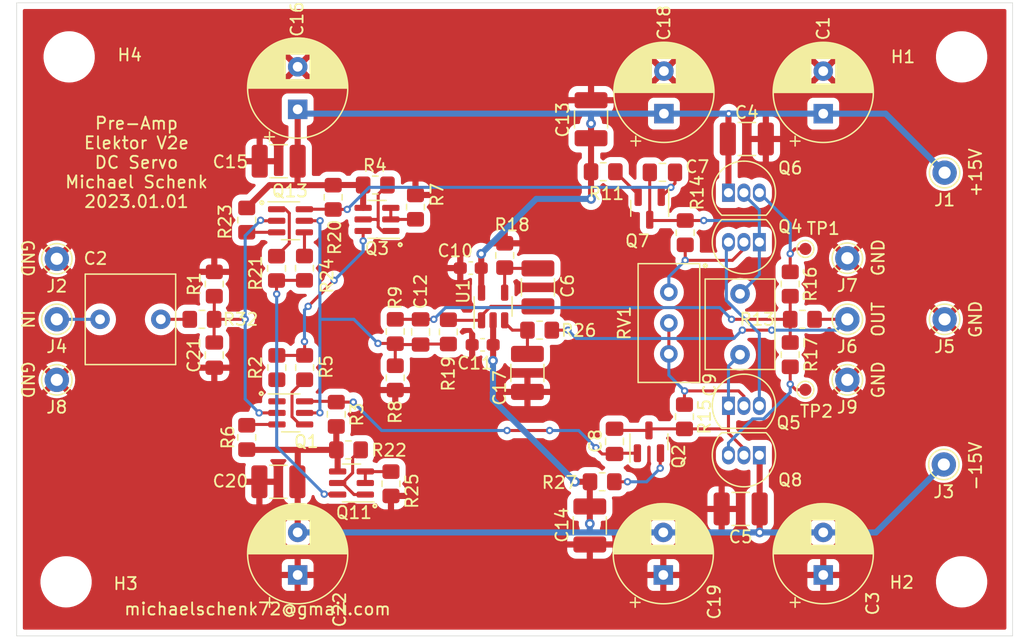
<source format=kicad_pcb>
(kicad_pcb (version 20211014) (generator pcbnew)
  (layers (0 "F.Cu" signal) (31 "B.Cu" signal) (34 "B.Paste" user) (35 "F.Paste" user) (36 "B.SilkS" user "B.Silkscreen") (37 "F.SilkS" user "F.Silkscreen") (38 "B.Mask" user) (39 "F.Mask" user) (44 "Edge.Cuts" user))
  (net 0 "")
  (net 1 "GND")
  (net 2 "+15V")
  (net 3 "Net-(C2-Pad2)")
  (net 4 "Net-(C2-Pad1)")
  (net 5 "-15V")
  (net 6 "Net-(Q2-Pad2)")
  (net 7 "Net-(Q7-Pad2)")
  (net 8 "Net-(C12-Pad2)")
  (net 9 "Net-(C12-Pad1)")
  (net 10 "Net-(Q11-Pad1)")
  (net 11 "Net-(Q11-Pad6)")
  (net 12 "Net-(Q11-Pad2)")
  (net 13 "Net-(Q13-Pad4)")
  (net 14 "Net-(Q13-Pad3)")
  (net 15 "Net-(Q13-Pad1)")
  (net 16 "Net-(Q3-Pad6)")
  (net 17 "Net-(Q3-Pad1)")
  (net 18 "Net-(Q3-Pad2)")
  (net 19 "Net-(Q1-Pad4)")
  (net 20 "Net-(Q1-Pad3)")
  (net 21 "Net-(Q1-Pad1)")
  (net 22 "Net-(C9-Pad2)")
  (net 23 "Net-(C9-Pad1)")
  (net 24 "Net-(Q1-Pad6)")
  (net 25 "Net-(Q4-Pad3)")
  (net 26 "Net-(Q4-Pad2)")
  (net 27 "Net-(Q5-Pad2)")
  (net 28 "Net-(Q6-Pad3)")
  (net 29 "Net-(Q13-Pad6)")
  (net 30 "Net-(Q8-Pad3)")
  (net 31 "Net-(C21-Pad2)")
  (net 32 "Net-(C6-Pad2)")
  (net 33 "DCSERVO_OUT")
  (net 34 "Net-(C17-Pad2)")
  (net 35 "DCSERVO_IN")
  (footprint "Capacitor_THT:CP_Radial_D8.0mm_P3.50mm" (layer "F.Cu") (at 188.2648 105.0036 90)
    (fp_text reference "C1")
    (fp_text value "220uF")
  )
  (footprint "Capacitor_THT:C_Rect_L7.2mm_W7.2mm_P5.00mm_FKS2_FKP2_MKS2_MKP2" (layer "F.Cu") (at 133.778 121.92 180)
    (fp_text reference "C2")
    (fp_text value "3.3uF")
  )
  (footprint "Capacitor_SMD:C_1210_3225Metric_Pad1.33x2.70mm_HandSolder" (layer "F.Cu") (at 181.4699 137.5156 180)
    (fp_text reference "C5")
    (fp_text value "100nF")
  )
  (footprint "Connector_Pin:Pin_D1.0mm_L10.0mm" (layer "F.Cu") (at 125.222 116.9416)
    (fp_text reference "J2")
    (fp_text value "Conn_01x01")
  )
  (footprint "Connector_Pin:Pin_D1.0mm_L10.0mm" (layer "F.Cu") (at 125.222 121.92)
    (fp_text reference "J4")
    (fp_text value "Conn_01x01")
  )
  (footprint "Package_TO_SOT_SMD:SOT-23" (layer "F.Cu") (at 173.99 112.792 -90)
    (fp_text reference "Q7")
    (fp_text value "BC860C")
  )
  (footprint "Resistor_SMD:R_0805_2012Metric_Pad1.20x1.40mm_HandSolder" (layer "F.Cu") (at 138.176 119.015 90)
    (fp_text reference "R1")
    (fp_text value "10k")
  )
  (footprint "Resistor_SMD:R_0805_2012Metric_Pad1.20x1.40mm_HandSolder" (layer "F.Cu") (at 143.3195 125.887139 -90)
    (fp_text reference "R2")
    (fp_text value "80.6R")
  )
  (footprint "Resistor_SMD:R_0805_2012Metric_Pad1.20x1.40mm_HandSolder" (layer "F.Cu") (at 148.209 129.728639 -90)
    (fp_text reference "R3")
    (fp_text value "806R")
  )
  (footprint "Resistor_SMD:R_0805_2012Metric_Pad1.20x1.40mm_HandSolder" (layer "F.Cu") (at 151.4188 110.871)
    (fp_text reference "R4")
    (fp_text value "140R")
  )
  (footprint "Resistor_SMD:R_0805_2012Metric_Pad1.20x1.40mm_HandSolder" (layer "F.Cu") (at 145.6055 125.887139 -90)
    (fp_text reference "R5")
    (fp_text value "80.6R")
  )
  (footprint "Resistor_SMD:R_0805_2012Metric_Pad1.20x1.40mm_HandSolder" (layer "F.Cu") (at 140.843 131.633639 -90)
    (fp_text reference "R6")
    (fp_text value "806R")
  )
  (footprint "Resistor_SMD:R_0805_2012Metric_Pad1.20x1.40mm_HandSolder" (layer "F.Cu") (at 153.0604 122.92 -90)
    (fp_text reference "R9")
    (fp_text value "10k")
  )
  (footprint "MountingHole:MountingHole_3.2mm_M3" (layer "F.Cu") (at 199.644 143.51)
    (fp_text reference "H2")
    (fp_text value "MountingHole")
  )
  (footprint "MountingHole:MountingHole_3.2mm_M3" (layer "F.Cu") (at 199.644 100.33)
    (fp_text reference "H1")
    (fp_text value "MountingHole")
  )
  (footprint "Resistor_SMD:R_0805_2012Metric_Pad1.20x1.40mm_HandSolder" (layer "F.Cu") (at 170.164 109.7788)
    (fp_text reference "R11")
    (fp_text value "249R")
  )
  (footprint "MountingHole:MountingHole_3.2mm_M3" (layer "F.Cu") (at 126.238 100.33)
    (fp_text reference "H4")
    (fp_text value "MountingHole")
  )
  (footprint "Resistor_SMD:R_0805_2012Metric_Pad1.20x1.40mm_HandSolder" (layer "F.Cu") (at 153.0604 126.7366 -90)
    (fp_text reference "R8")
    (fp_text value "4.7k")
  )
  (footprint "Capacitor_SMD:C_0805_2012Metric_Pad1.18x1.45mm_HandSolder" (layer "F.Cu") (at 155.1432 122.9575 -90)
    (fp_text reference "C12")
    (fp_text value "4.7pF")
  )
  (footprint "Capacitor_SMD:C_1210_3225Metric_Pad1.33x2.70mm_HandSolder" (layer "F.Cu") (at 169.0624 138.8749 -90)
    (fp_text reference "C14")
    (fp_text value "100nF")
  )
  (footprint "Resistor_SMD:R_0805_2012Metric_Pad1.20x1.40mm_HandSolder" (layer "F.Cu") (at 154.7241 112.6904 90)
    (fp_text reference "R7")
    (fp_text value "10k")
  )
  (footprint "Connector_Pin:Pin_D1.0mm_L10.0mm" (layer "F.Cu") (at 190.246 121.92)
    (fp_text reference "J6")
    (fp_text value "Conn_01x01")
  )
  (footprint "Connector_Pin:Pin_D1.0mm_L10.0mm" (layer "F.Cu") (at 190.246 116.8908)
    (fp_text reference "J7")
    (fp_text value "Conn_01x01")
  )
  (footprint "Resistor_SMD:R_0805_2012Metric_Pad1.20x1.40mm_HandSolder" (layer "F.Cu") (at 147.955 111.883944 -90)
    (fp_text reference "R20")
    (fp_text value "806R")
  )
  (footprint "Resistor_SMD:R_0805_2012Metric_Pad1.20x1.40mm_HandSolder" (layer "F.Cu") (at 143.2941 117.725944 -90)
    (fp_text reference "R21")
    (fp_text value "80.6R")
  )
  (footprint "Resistor_SMD:R_0805_2012Metric_Pad1.20x1.40mm_HandSolder" (layer "F.Cu") (at 149.212 132.6565 180)
    (fp_text reference "R22")
    (fp_text value "140R")
  )
  (footprint "Resistor_SMD:R_0805_2012Metric_Pad1.20x1.40mm_HandSolder" (layer "F.Cu") (at 140.843 113.756944 -90)
    (fp_text reference "R23")
    (fp_text value "806R")
  )
  (footprint "Resistor_SMD:R_0805_2012Metric_Pad1.20x1.40mm_HandSolder" (layer "F.Cu") (at 145.5928 117.713244 -90)
    (fp_text reference "R24")
    (fp_text value "80.6R")
  )
  (footprint "Resistor_SMD:R_0805_2012Metric_Pad1.20x1.40mm_HandSolder" (layer "F.Cu") (at 152.7078 135.4447 90)
    (fp_text reference "R25")
    (fp_text value "10k")
  )
  (footprint "Resistor_SMD:R_0805_2012Metric_Pad1.20x1.40mm_HandSolder" (layer "F.Cu") (at 170.0784 135.2804 180)
    (fp_text reference "R27")
    (fp_text value "249R")
  )
  (footprint "Connector_Pin:Pin_D1.0mm_L10.0mm" (layer "F.Cu") (at 198.247 109.855)
    (fp_text reference "J1")
    (fp_text value "Conn_01x01")
  )
  (footprint "Connector_Pin:Pin_D1.0mm_L10.0mm" (layer "F.Cu") (at 198.1835 133.858)
    (fp_text reference "J3")
    (fp_text value "Conn_01x01")
  )
  (footprint "Connector_Pin:Pin_D1.0mm_L10.0mm" (layer "F.Cu") (at 198.247 121.92)
    (fp_text reference "J5")
    (fp_text value "Conn_01x01")
  )
  (footprint "Capacitor_THT:CP_Radial_D8.0mm_P3.50mm" (layer "F.Cu") (at 175.1584 105 90)
    (fp_text reference "C18")
    (fp_text value "220uF")
  )
  (footprint "Capacitor_THT:CP_Radial_D8.0mm_P3.50mm" (layer "F.Cu") (at 175.1076 142.946 90)
    (fp_text reference "C19")
    (fp_text value "220uF")
  )
  (footprint "Package_SO:SC-74-6_1.5x2.9mm_P0.95mm" (layer "F.Cu") (at 144.4443 113.813544)
    (fp_text reference "Q13")
    (fp_text value "BCM847DS,115")
  )
  (footprint "Resistor_SMD:R_0805_2012Metric_Pad1.20x1.40mm_HandSolder" (layer "F.Cu") (at 186.547 121.92 180)
    (fp_text reference "R13")
    (fp_text value "47R")
  )
  (footprint "Package_SO:SC-74-6_1.5x2.9mm_P0.95mm" (layer "F.Cu") (at 151.5563 113.7006 180)
    (fp_text reference "Q3")
    (fp_text value "BCM857DS,115")
  )
  (footprint "Package_SO:SC-74-6_1.5x2.9mm_P0.95mm" (layer "F.Cu") (at 149.4591 135.382 180)
    (fp_text reference "Q11")
    (fp_text value "BCM847DS,115")
  )
  (footprint "Capacitor_SMD:C_1210_3225Metric_Pad1.33x2.70mm_HandSolder" (layer "F.Cu") (at 169.164 105.4608 -90)
    (fp_text reference "C13")
    (fp_text value "100nF")
  )
  (footprint "Package_SO:SC-74-6_1.5x2.9mm_P0.95mm" (layer "F.Cu") (at 144.468 129.615139)
    (fp_text reference "Q1")
    (fp_text value "BCM857DS,115")
  )
  (footprint "Capacitor_THT:C_Rect_L7.2mm_W5.5mm_P5.00mm_FKS2_FKP2_MKS2_MKP2" (layer "F.Cu") (at 181.4195 124.8245 90)
    (fp_text reference "C9")
    (fp_text value "1uF")
  )
  (footprint "Package_TO_SOT_SMD:SOT-23" (layer "F.Cu") (at 173.9265 131.9944 90)
    (fp_text reference "Q2")
    (fp_text value "BC850C")
  )
  (footprint "Package_TO_SOT_THT:TO-92_Inline" (layer "F.Cu") (at 183.007 115.57 180)
    (fp_text reference "Q4")
    (fp_text value "BC550C")
  )
  (footprint "Package_TO_SOT_THT:TO-92_Inline" (layer "F.Cu") (at 180.467 129.032)
    (fp_text reference "Q5")
    (fp_text value "BC560C")
  )
  (footprint "Package_TO_SOT_THT:TO-92_Inline" (layer "F.Cu") (at 180.467 111.506)
    (fp_text reference "Q6")
    (fp_text value "BC337-40")
  )
  (footprint "Package_TO_SOT_THT:TO-92_Inline" (layer "F.Cu") (at 183.007 133.096 180)
    (fp_text reference "Q8")
    (fp_text value "BC327-40")
  )
  (footprint "Resistor_SMD:R_0805_2012Metric_Pad1.20x1.40mm_HandSolder" (layer "F.Cu") (at 176.911 114.792 -90)
    (fp_text reference "R14")
    (fp_text value "390R")
  )
  (footprint "Resistor_SMD:R_0805_2012Metric_Pad1.20x1.40mm_HandSolder" (layer "F.Cu") (at 176.8475 129.9309 -90)
    (fp_text reference "R15")
    (fp_text value "390R")
  )
  (footprint "Resistor_SMD:R_0805_2012Metric_Pad1.20x1.40mm_HandSolder" (layer "F.Cu") (at 185.547 119.015 -90)
    (fp_text reference "R16")
    (fp_text value "10R")
  )
  (footprint "Resistor_SMD:R_0805_2012Metric_Pad1.20x1.40mm_HandSolder" (layer "F.Cu") (at 185.547 124.825 -90)
    (fp_text reference "R17")
    (fp_text value "10R")
  )
  (footprint "Potentiometer_THT:Potentiometer_Bourns_3296W_Vertical" (layer "F.Cu") (at 175.5648 119.6848 90)
    (fp_text reference "RV1")
    (fp_text value "10k")
  )
  (footprint "MountingHole:MountingHole_3.2mm_M3" (layer "F.Cu") (at 125.984 143.51)
    (fp_text reference "H3")
    (fp_text value "MountingHole")
  )
  (footprint "Capacitor_SMD:C_1210_3225Metric_Pad1.33x2.70mm_HandSolder" (layer "F.Cu") (at 181.9779 107.0864 180)
    (fp_text reference "C4")
    (fp_text value "100nF")
  )
  (footprint "Capacitor_THT:CP_Radial_D8.0mm_P3.50mm" (layer "F.Cu") (at 188.2648 142.946 90)
    (fp_text reference "C3")
    (fp_text value "220uF")
  )
  (footprint "Capacitor_SMD:C_0805_2012Metric_Pad1.18x1.45mm_HandSolder" (layer "F.Cu") (at 138.176 124.8625 90)
    (fp_text reference "C21")
    (fp_text value "33p")
  )
  (footprint "Resistor_SMD:R_0805_2012Metric_Pad1.20x1.40mm_HandSolder" (layer "F.Cu") (at 137.16 121.92 180)
    (fp_text reference "R32")
    (fp_text value "0R")
  )
  (footprint "Capacitor_SMD:C_1210_3225Metric_Pad1.33x2.70mm_HandSolder" (layer "F.Cu") (at 164.7952 119.2907 90)
    (fp_text reference "C6")
    (fp_text value "1uF/16V")
  )
  (footprint "Capacitor_SMD:C_0603_1608Metric_Pad1.08x0.95mm_HandSolder" (layer "F.Cu") (at 159.27028 117.7036)
    (fp_text reference "C10")
    (fp_text value "100nF")
  )
  (footprint "Capacitor_SMD:C_0603_1608Metric_Pad1.08x0.95mm_HandSolder" (layer "F.Cu") (at 160.24818 124.0155)
    (fp_text reference "C11")
    (fp_text value "100nF")
  )
  (footprint "Capacitor_SMD:C_1210_3225Metric_Pad1.33x2.70mm_HandSolder" (layer "F.Cu") (at 163.9316 126.3273 90)
    (fp_text reference "C17")
    (fp_text value "1uF/16V")
  )
  (footprint "Resistor_SMD:R_0805_2012Metric_Pad1.20x1.40mm_HandSolder" (layer "F.Cu") (at 162.06318 116.6655 90)
    (fp_text reference "R18")
    (fp_text value "160k")
  )
  (footprint "Resistor_SMD:R_0805_2012Metric_Pad1.20x1.40mm_HandSolder" (layer "F.Cu") (at 157.4292 122.952 -90)
    (fp_text reference "R19")
    (fp_text value "47k")
  )
  (footprint "Resistor_SMD:R_0805_2012Metric_Pad1.20x1.40mm_HandSolder" (layer "F.Cu") (at 164.93668 122.809 180)
    (fp_text reference "R26")
    (fp_text value "160k")
  )
  (footprint "Package_TO_SOT_SMD:TSOT-23-5" (layer "F.Cu") (at 161.10818 120.864 90)
    (fp_text reference "U1")
    (fp_text value "OPA188xxDBV")
  )
  (footprint "Capacitor_SMD:C_1210_3225Metric_Pad1.33x2.70mm_HandSolder" (layer "F.Cu") (at 143.4461 135.2804 180)
    (fp_text reference "C20")
    (fp_text value "100nF")
  )
  (footprint "TestPoint:TestPoint_Pad_D1.0mm" (layer "F.Cu") (at 186.7916 127.7112)
    (fp_text reference "TP2")
    (fp_text value "TestPoint")
  )
  (footprint "Capacitor_SMD:C_0805_2012Metric_Pad1.18x1.45mm_HandSolder" (layer "F.Cu") (at 171.0944 131.9569 -90)
    (fp_text reference "C8")
    (fp_text value "22pF")
  )
  (footprint "Capacitor_THT:CP_Radial_D8.0mm_P3.50mm" (layer "F.Cu") (at 145.034 142.946 90)
    (fp_text reference "C22")
    (fp_text value "220uF")
  )
  (footprint "Capacitor_SMD:C_1210_3225Metric_Pad1.33x2.70mm_HandSolder" (layer "F.Cu") (at 143.4715 108.9152)
    (fp_text reference "C15")
    (fp_text value "100nF")
  )
  (footprint "Connector_Pin:Pin_D1.0mm_L10.0mm" (layer "F.Cu") (at 125.222 126.8984)
    (fp_text reference "J8")
    (fp_text value "Conn_01x01")
  )
  (footprint "TestPoint:TestPoint_Pad_D1.0mm" (layer "F.Cu") (at 186.7916 116.1288)
    (fp_text reference "TP1")
    (fp_text value "TestPoint")
  )
  (footprint "Connector_Pin:Pin_D1.0mm_L10.0mm" (layer "F.Cu") (at 190.246 126.8984)
    (fp_text reference "J9")
    (fp_text value "Conn_01x01")
  )
  (footprint "Capacitor_THT:CP_Radial_D8.0mm_P3.50mm" (layer "F.Cu") (at 145.034 104.648 90)
    (fp_text reference "C16")
    (fp_text value "220uF")
  )
  (footprint "Capacitor_SMD:C_0805_2012Metric_Pad1.18x1.45mm_HandSolder" (layer "F.Cu") (at 175.0353 109.8296)
    (fp_text reference "C7")
    (fp_text value "22pF")
  )
  (gr_line (start 203.835 95.885) (end 121.92 95.885) (layer "Edge.Cuts") (width 0.05))
  (gr_line (start 203.835 147.955) (end 203.835 95.885) (layer "Edge.Cuts") (width 0.05))
  (gr_line (start 121.92 147.955) (end 203.835 147.955) (layer "Edge.Cuts") (width 0.05))
  (gr_line (start 121.92 96.52) (end 121.92 147.955) (layer "Edge.Cuts") (width 0.05))
  (gr_line (start 121.92 95.885) (end 121.92 96.52) (layer "Edge.Cuts") (width 0.05))
  (gr_text "GND" (at 192.786 116.84 90) (layer "F.SilkS") (effects (font (size 1 1))))
  (gr_text "OUT" (at 192.786 121.92 90) (layer "F.SilkS") (effects (font (size 1 1))))
  (gr_text "michaelschenk72@gmail.com" (at 141.732 145.7452) (layer "F.SilkS") (effects (font (size 1 1))))
  (gr_text "GND" (at 200.787 121.92 90) (layer "F.SilkS") (effects (font (size 1 1))))
  (gr_text "+15V" (at 200.787 109.855 90) (layer "F.SilkS") (effects (font (size 1 1))))
  (gr_text "-15V" (at 200.787 133.985 90) (layer "F.SilkS") (effects (font (size 1 1))))
  (gr_text "Pre-Amp\nElektor V2e\nDC Servo\nMichael Schenk\n2023.01.01" (at 131.7752 109.0168) (layer "F.SilkS") (effects (font (size 1 1))))
  (gr_text "°" (at 151.384 137.668) (layer "F.SilkS") (effects (font (size 1 1))))
  (gr_text "°" (at 142.0876 112.7252) (layer "F.SilkS") (effects (font (size 1 1))))
  (gr_text "IN" (at 122.809 121.92 270) (layer "F.SilkS") (effects (font (size 1 1))))
  (gr_text "GND" (at 192.786 126.8984 90) (layer "F.SilkS") (effects (font (size 1 1))))
  (gr_text "GND" (at 122.809 116.8908 270) (layer "F.SilkS") (effects (font (size 1 1))))
  (gr_text "GND" (at 122.809 126.8984 270) (layer "F.SilkS") (effects (font (size 1 1))))
  (gr_text "°" (at 142.0368 128.4224) (layer "F.SilkS") (effects (font (size 1 1))))
  (gr_text "°" (at 178.562 117.9068) (layer "F.SilkS") (effects (font (size 1 1))))
  (gr_text "°" (at 153.4668 116.1796) (layer "F.SilkS") (effects (font (size 1 1))))
  (segment (start 145.034 104.648) (end 145.034 108.9152) (width 0.5) (layer "F.Cu") (net 2))
  (segment (start 145.021544 108.927656) (end 145.021544 110.883944) (width 0.5) (layer "F.Cu") (net 2))
  (segment (start 142.716 110.883944) (end 140.843 112.756944) (width 0.5) (layer "F.Cu") (net 2))
  (segment (start 160.13278 117.7036) (end 160.13278 116.5352) (width 0.5) (layer "F.Cu") (net 2))
  (segment (start 160.13278 119.5286) (end 160.15818 119.554) (width 0.5) (layer "F.Cu") (net 2))
  (segment (start 150.4188 110.871) (end 147.967944 110.871) (width 0.5) (layer "F.Cu") (net 2))
  (segment (start 180.467 111.506) (end 180.467 107.061) (width 0.5) (layer "F.Cu") (net 2))
  (segment (start 169.164 107.0233) (end 169.164 105.8164) (width 0.5) (layer "F.Cu") (net 2))
  (segment (start 147.955 110.883944) (end 145.021544 110.883944) (width 0.5) (layer "F.Cu") (net 2))
  (segment (start 145.034 108.9152) (end 145.021544 108.927656) (width 0.5) (layer "F.Cu") (net 2))
  (segment (start 150.4188 110.871) (end 150.4188 112.7506) (width 0.5) (layer "F.Cu") (net 2))
  (segment (start 169.164 107.0233) (end 169.164 109.7788) (width 0.5) (layer "F.Cu") (net 2))
  (segment (start 180.467 105.0218) (end 180.4888 105) (width 0.5) (layer "F.Cu") (net 2))
  (segment (start 180.467 107.061) (end 180.467 105.0218) (width 0.5) (layer "F.Cu") (net 2))
  (segment (start 169.164 109.7788) (end 169.164 112.014) (width 0.5) (layer "F.Cu") (net 2))
  (segment (start 160.13278 117.7036) (end 160.13278 119.5286) (width 0.5) (layer "F.Cu") (net 2))
  (segment (start 145.021544 110.883944) (end 142.716 110.883944) (width 0.5) (layer "F.Cu") (net 2))
  (segment (start 147.967944 110.871) (end 147.955 110.883944) (width 0.5) (layer "F.Cu") (net 2))
  (via (at 169.164 105.8164) (size 0.8) (drill 0.4) (layers "F.Cu" "B.Cu") (net 2))
  (via (at 180.4888 105) (size 0.6) (drill 0.3) (layers "F.Cu" "B.Cu") (net 2))
  (via (at 169.164 112.014) (size 0.8) (drill 0.4) (layers "F.Cu" "B.Cu") (net 2))
  (via (at 160.13278 116.5352) (size 0.8) (drill 0.4) (layers "F.Cu" "B.Cu") (net 2))
  (segment (start 198.247 109.855) (end 193.3956 105.0036) (width 0.5) (layer "B.Cu") (net 2))
  (segment (start 180.4888 105) (end 175.1584 105) (width 0.5) (layer "B.Cu") (net 2))
  (segment (start 169.1604 105) (end 145.386 105) (width 0.5) (layer "B.Cu") (net 2))
  (segment (start 169.1604 105.8128) (end 169.1604 105) (width 0.5) (layer "B.Cu") (net 2))
  (segment (start 164.65398 112.014) (end 160.13278 116.5352) (width 0.5) (layer "B.Cu") (net 2))
  (segment (start 193.3956 105.0036) (end 188 105.0036) (width 0.5) (layer "B.Cu") (net 2))
  (segment (start 175.1584 105) (end 169.1604 105) (width 0.5) (layer "B.Cu") (net 2))
  (segment (start 145.386 105) (end 145.034 104.648) (width 0.5) (layer "B.Cu") (net 2))
  (segment (start 169.164 105.8164) (end 169.1604 105.8128) (width 0.5) (layer "B.Cu") (net 2))
  (segment (start 180.4888 105) (end 187.9964 105) (width 0.5) (layer "B.Cu") (net 2))
  (segment (start 187.9964 105) (end 188 105.0036) (width 0.5) (layer "B.Cu") (net 2))
  (segment (start 169.164 112.014) (end 164.65398 112.014) (width 0.5) (layer "B.Cu") (net 2))
  (segment (start 125.222 121.92) (end 128.778 121.92) (width 0.25) (layer "B.Cu") (net 3))
  (segment (start 133.778 121.92) (end 136.16 121.92) (width 0.25) (layer "F.Cu") (net 4))
  (segment (start 148.3216 134.432) (end 148.3216 132.7661) (width 0.5) (layer "F.Cu") (net 5))
  (segment (start 145.034 135.3058) (end 145.0086 135.2804) (width 0.5) (layer "F.Cu") (net 5))
  (segment (start 169.0624 137.3124) (end 169.0624 135.2964) (width 0.5) (layer "F.Cu") (net 5))
  (segment (start 169.0624 137.3124) (end 169.0624 138.7348) (width 0.5) (layer "F.Cu") (net 5))
  (segment (start 148.212 132.6565) (end 148.212 130.731639) (width 0.5) (layer "F.Cu") (net 5))
  (segment (start 145.0417 135.2473) (end 145.0417 132.6565) (width 0.5) (layer "F.Cu") (net 5))
  (segment (start 183.0324 133.1214) (end 183.007 133.096) (width 0.5) (layer "F.Cu") (net 5))
  (segment (start 148.3216 132.7661) (end 148.212 132.6565) (width 0.5) (layer "F.Cu") (net 5))
  (segment (start 183.0324 137.5156) (end 183.0324 139.446) (width 0.5) (layer "F.Cu") (net 5))
  (segment (start 169.0624 135.2964) (end 169.0784 135.2804) (width 0.5) (layer "F.Cu") (net 5))
  (segment (start 140.865861 132.6565) (end 140.843 132.633639) (width 0.5) (layer "F.Cu") (net 5))
  (segment (start 148.212 130.731639) (end 148.209 130.728639) (width 0.5) (layer "F.Cu") (net 5))
  (segment (start 145.0417 132.6565) (end 140.865861 132.6565) (width 0.5) (layer "F.Cu") (net 5))
  (segment (start 161.11068 124.0155) (end 161.11068 122.1765) (width 0.5) (layer "F.Cu") (net 5))
  (segment (start 161.11068 125.3109) (end 161.09798 125.3236) (width 0.5) (layer "F.Cu") (net 5))
  (segment (start 148.212 132.6565) (end 145.0417 132.6565) (width 0.5) (layer "F.Cu") (net 5))
  (segment (start 161.11068 124.0155) (end 161.11068 125.3109) (width 0.5) (layer "F.Cu") (net 5))
  (segment (start 145.0086 135.2804) (end 145.0417 135.2473) (width 0.5) (layer "F.Cu") (net 5))
  (segment (start 161.11068 122.1765) (end 161.10818 122.174) (width 0.5) (layer "F.Cu") (net 5))
  (segment (start 167.8432 135.2804) (end 169.0784 135.2804) (width 0.5) (layer "F.Cu") (net 5))
  (segment (start 145.034 139.446) (end 145.034 135.3058) (width 0.5) (layer "F.Cu") (net 5))
  (segment (start 183.0324 137.5156) (end 183.0324 133.1214) (width 0.5) (layer "F.Cu") (net 5))
  (via (at 161.09798 125.3236) (size 0.8) (drill 0.4) (layers "F.Cu" "B.Cu") (net 5))
  (via (at 183.0324 139.446) (size 0.8) (drill 0.4) (layers "F.Cu" "B.Cu") (net 5))
  (via (at 169.0624 138.7348) (size 0.8) (drill 0.4) (layers "F.Cu" "B.Cu") (net 5))
  (via (at 167.8432 135.2804) (size 0.8) (drill 0.4) (layers "F.Cu" "B.Cu") (net 5))
  (segment (start 169.0624 139.446) (end 145.034 139.446) (width 0.5) (layer "B.Cu") (net 5))
  (segment (start 161.0868 128.4224) (end 161.0868 128.524) (width 0.5) (layer "B.Cu") (net 5))
  (segment (start 161.09798 127.92558) (end 161.0868 127.93676) (width 0.5) (layer "B.Cu") (net 5))
  (segment (start 175.1076 139.446) (end 169.0624 139.446) (width 0.5) (layer "B.Cu") (net 5))
  (segment (start 188.2648 139.446) (end 183.0324 139.446) (width 0.5) (layer "B.Cu") (net 5))
  (segment (start 169.0624 138.7348) (end 169.0624 139.446) (width 0.5) (layer "B.Cu") (net 5))
  (segment (start 183.0324 139.446) (end 175.1076 139.446) (width 0.5) (layer "B.Cu") (net 5))
  (segment (start 161.09798 125.3236) (end 161.09798 127.92558) (width 0.5) (layer "B.Cu") (net 5))
  (segment (start 192.5955 139.446) (end 198.1835 133.858) (width 0.5) (layer "B.Cu") (net 5))
  (segment (start 161.0868 128.524) (end 167.8432 135.2804) (width 0.5) (layer "B.Cu") (net 5))
  (segment (start 188.2648 139.446) (end 192.5955 139.446) (width 0.5) (layer "B.Cu") (net 5))
  (segment (start 161.0868 127.93676) (end 161.0868 128.4224) (width 0.5) (layer "B.Cu") (net 5))
  (segment (start 171.0784 135.2804) (end 172.1612 135.2804) (width 0.25) (layer "F.Cu") (net 6))
  (segment (start 174.8536 132.9548) (end 174.8765 132.9319) (width 0.25) (layer "F.Cu") (net 6))
  (segment (start 174.8536 134.1628) (end 174.8536 132.9548) (width 0.25) (layer "F.Cu") (net 6))
  (via (at 174.8536 134.1628) (size 0.6) (drill 0.3) (layers "F.Cu" "B.Cu") (net 6))
  (via (at 172.1612 135.2804) (size 0.6) (drill 0.3) (layers "F.Cu" "B.Cu") (net 6))
  (segment (start 173.736 135.2804) (end 174.8536 134.1628) (width 0.25) (layer "B.Cu") (net 6))
  (segment (start 172.1612 135.2804) (end 173.736 135.2804) (width 0.25) (layer "B.Cu") (net 6))
  (segment (start 173.04 111.8545) (end 173.04 111.6548) (width 0.25) (layer "F.Cu") (net 7))
  (segment (start 173.04 111.6548) (end 171.164 109.7788) (width 0.25) (layer "F.Cu") (net 7))
  (segment (start 153.0416 123.9012) (end 153.0604 123.92) (width 0.25) (layer "F.Cu") (net 8))
  (segment (start 146.8755 113.811044) (end 145.5843 113.811044) (width 0.25) (layer "F.Cu") (net 8))
  (segment (start 151.638 123.9012) (end 153.0416 123.9012) (width 0.25) (layer "F.Cu") (net 8))
  (segment (start 153.0604 125.7366) (end 153.0604 123.92) (width 0.25) (layer "F.Cu") (net 8))
  (segment (start 145.6055 129.615139) (end 146.8526 129.615139) (width 0.25) (layer "F.Cu") (net 8))
  (segment (start 146.8526 129.615139) (end 146.8628 129.604939) (width 0.25) (layer "F.Cu") (net 8))
  (segment (start 153.1354 123.995) (end 153.0604 123.92) (width 0.25) (layer "F.Cu") (net 8))
  (segment (start 157.4292 123.952) (end 155.1862 123.952) (width 0.25) (layer "F.Cu") (net 8))
  (segment (start 155.1862 123.952) (end 155.1432 123.995) (width 0.25) (layer "F.Cu") (net 8))
  (segment (start 155.1432 123.995) (end 153.1354 123.995) (width 0.25) (layer "F.Cu") (net 8))
  (segment (start 145.5843 113.811044) (end 145.5818 113.813544) (width 0.25) (layer "F.Cu") (net 8))
  (via (at 146.8628 129.604939) (size 0.6) (drill 0.3) (layers "F.Cu" "B.Cu") (net 8))
  (via (at 151.638 123.9012) (size 0.6) (drill 0.3) (layers "F.Cu" "B.Cu") (net 8))
  (via (at 146.8755 113.811044) (size 0.6) (drill 0.3) (layers "F.Cu" "B.Cu") (net 8))
  (segment (start 146.8628 121.92) (end 146.8628 113.823744) (width 0.25) (layer "B.Cu") (net 8))
  (segment (start 146.8628 121.92) (end 149.6568 121.92) (width 0.25) (layer "B.Cu") (net 8))
  (segment (start 149.6568 121.92) (end 151.638 123.9012) (width 0.25) (layer "B.Cu") (net 8))
  (segment (start 146.8628 113.823744) (end 146.8755 113.811044) (width 0.25) (layer "B.Cu") (net 8))
  (segment (start 146.8628 129.604939) (end 146.8628 121.92) (width 0.25) (layer "B.Cu") (net 8))
  (segment (start 185.547 123.825) (end 185.547 121.92) (width 0.25) (layer "F.Cu") (net 9))
  (segment (start 185.547 121.92) (end 185.547 120.015) (width 0.25) (layer "F.Cu") (net 9))
  (segment (start 155.1432 121.92) (end 153.0604 121.92) (width 0.25) (layer "F.Cu") (net 9))
  (segment (start 156.2297 121.92) (end 155.1432 121.92) (width 0.25) (layer "F.Cu") (net 9))
  (segment (start 180.721 121.92) (end 185.547 121.92) (width 0.25) (layer "F.Cu") (net 9))
  (via (at 156.2297 121.92) (size 0.6) (drill 0.3) (layers "F.Cu" "B.Cu") (net 9))
  (via (at 180.721 121.92) (size 0.6) (drill 0.3) (layers "F.Cu" "B.Cu") (net 9))
  (segment (start 157.1949 120.9548) (end 156.2297 121.92) (width 0.25) (layer "B.Cu") (net 9))
  (segment (start 179.7558 120.9548) (end 157.1949 120.9548) (width 0.25) (layer "B.Cu") (net 9))
  (segment (start 180.721 121.92) (end 179.7558 120.9548) (width 0.25) (layer "B.Cu") (net 9))
  (segment (start 150.5966 136.332) (end 149.670496 136.332) (width 0.25) (layer "F.Cu") (net 10))
  (segment (start 149.5552 134.547296) (end 149.5552 133.3133) (width 0.25) (layer "F.Cu") (net 10))
  (segment (start 148.3216 135.382) (end 148.720496 135.382) (width 0.25) (layer "F.Cu") (net 10))
  (segment (start 148.720496 135.382) (end 149.5552 134.547296) (width 0.25) (layer "F.Cu") (net 10))
  (segment (start 149.5552 133.3133) (end 150.212 132.6565) (width 0.25) (layer "F.Cu") (net 10))
  (segment (start 149.670496 136.332) (end 148.720496 135.382) (width 0.25) (layer "F.Cu") (net 10))
  (segment (start 143.3068 118.713244) (end 145.5928 118.713244) (width 0.25) (layer "F.Cu") (net 11))
  (segment (start 147.2184 136.2964) (end 148.286 136.2964) (width 0.25) (layer "F.Cu") (net 11))
  (segment (start 143.3068 118.713244) (end 143.2941 118.725944) (width 0.25) (layer "F.Cu") (net 11))
  (segment (start 148.286 136.2964) (end 148.3216 136.332) (width 0.25) (layer "F.Cu") (net 11))
  (segment (start 143.2941 118.725944) (end 143.2941 119.8245) (width 0.25) (layer "F.Cu") (net 11))
  (segment (start 143.2941 119.8245) (end 143.3068 119.8372) (width 0.25) (layer "F.Cu") (net 11))
  (via (at 143.3068 119.8372) (size 0.6) (drill 0.3) (layers "F.Cu" "B.Cu") (net 11))
  (via (at 147.2184 136.2964) (size 0.6) (drill 0.3) (layers "F.Cu" "B.Cu") (net 11))
  (segment (start 143.3068 119.8372) (end 143.3068 132.3848) (width 0.25) (layer "B.Cu") (net 11))
  (segment (start 143.3068 132.3848) (end 147.066 136.144) (width 0.25) (layer "B.Cu") (net 11))
  (segment (start 147.066 136.144) (end 147.2184 136.2964) (width 0.25) (layer "B.Cu") (net 11))
  (segment (start 150.6093 134.4447) (end 150.5966 134.432) (width 0.25) (layer "F.Cu") (net 12))
  (segment (start 152.7078 134.4447) (end 150.6093 134.4447) (width 0.25) (layer "F.Cu") (net 12))
  (segment (start 150.5966 134.432) (end 150.5966 135.382) (width 0.25) (layer "F.Cu") (net 12))
  (segment (start 145.5928 116.713244) (end 145.5928 114.774544) (width 0.25) (layer "F.Cu") (net 13))
  (segment (start 145.5928 114.774544) (end 145.5818 114.763544) (width 0.25) (layer "F.Cu") (net 13))
  (segment (start 140.8496 114.763544) (end 140.843 114.756944) (width 0.25) (layer "F.Cu") (net 14))
  (segment (start 143.3068 114.763544) (end 140.8496 114.763544) (width 0.25) (layer "F.Cu") (net 14))
  (segment (start 144.0193 112.863544) (end 144.34431 113.188554) (width 0.25) (layer "F.Cu") (net 15))
  (segment (start 143.3068 112.863544) (end 144.0193 112.863544) (width 0.25) (layer "F.Cu") (net 15))
  (segment (start 144.34431 113.188554) (end 144.34431 115.675734) (width 0.25) (layer "F.Cu") (net 15))
  (segment (start 144.34431 115.675734) (end 143.2941 116.725944) (width 0.25) (layer "F.Cu") (net 15))
  (segment (start 143.3195 124.887139) (end 145.6055 124.887139) (width 0.25) (layer "F.Cu") (net 16))
  (segment (start 145.6055 123.7615) (end 145.5928 123.7488) (width 0.25) (layer "F.Cu") (net 16))
  (segment (start 145.6055 124.887139) (end 145.6055 123.7615) (width 0.25) (layer "F.Cu") (net 16))
  (segment (start 145.8976 120.8532) (end 148.0312 118.7196) (width 0.25) (layer "F.Cu") (net 16))
  (segment (start 150.4188 115.4684) (end 150.4188 114.6506) (width 0.25) (layer "F.Cu") (net 16))
  (via (at 145.5928 123.7488) (size 0.6) (drill 0.3) (layers "F.Cu" "B.Cu") (net 16))
  (via (at 150.4188 115.4684) (size 0.6) (drill 0.3) (layers "F.Cu" "B.Cu") (net 16))
  (via (at 145.8976 120.8532) (size 0.6) (drill 0.3) (layers "F.Cu" "B.Cu") (net 16))
  (via (at 148.0312 118.7196) (size 0.6) (drill 0.3) (layers "F.Cu" "B.Cu") (net 16))
  (segment (start 148.0312 118.7196) (end 150.4188 116.332) (width 0.25) (layer "B.Cu") (net 16))
  (segment (start 145.5928 121.158) (end 145.8976 120.8532) (width 0.25) (layer "B.Cu") (net 16))
  (segment (start 150.4188 116.332) (end 150.4188 115.4684) (width 0.25) (layer "B.Cu") (net 16))
  (segment (start 145.5928 123.7488) (end 145.5928 121.158) (width 0.25) (layer "B.Cu") (net 16))
  (segment (start 151.65629 113.82299) (end 151.65629 111.63351) (width 0.25) (layer "F.Cu") (net 17))
  (segment (start 151.9813 114.6506) (end 151.65629 114.32559) (width 0.25) (layer "F.Cu") (net 17))
  (segment (start 151.5339 113.7006) (end 151.65629 113.82299) (width 0.25) (layer "F.Cu") (net 17))
  (segment (start 151.65629 111.63351) (end 152.4188 110.871) (width 0.25) (layer "F.Cu") (net 17))
  (segment (start 151.65629 114.32559) (end 151.65629 113.82299) (width 0.25) (layer "F.Cu") (net 17))
  (segment (start 150.4188 113.7006) (end 151.5339 113.7006) (width 0.25) (layer "F.Cu") (net 17))
  (segment (start 152.6938 114.6506) (end 151.9813 114.6506) (width 0.25) (layer "F.Cu") (net 17))
  (segment (start 154.7139 113.7006) (end 154.7241 113.6904) (width 0.25) (layer "F.Cu") (net 18))
  (segment (start 152.6938 112.7506) (end 152.6938 113.7006) (width 0.25) (layer "F.Cu") (net 18))
  (segment (start 152.6938 113.7006) (end 154.7139 113.7006) (width 0.25) (layer "F.Cu") (net 18))
  (segment (start 145.6055 130.565139) (end 145.206588 130.565139) (width 0.25) (layer "F.Cu") (net 19))
  (segment (start 144.56799 127.924649) (end 145.6055 126.887139) (width 0.25) (layer "F.Cu") (net 19))
  (segment (start 144.56799 129.926541) (end 144.56799 127.924649) (width 0.25) (layer "F.Cu") (net 19))
  (segment (start 145.206588 130.565139) (end 144.56799 129.926541) (width 0.25) (layer "F.Cu") (net 19))
  (segment (start 140.9115 130.565139) (end 140.843 130.633639) (width 0.25) (layer "F.Cu") (net 20))
  (segment (start 143.3305 130.565139) (end 140.9115 130.565139) (width 0.25) (layer "F.Cu") (net 20))
  (segment (start 143.3305 126.898139) (end 143.3195 126.887139) (width 0.25) (layer "F.Cu") (net 21))
  (segment (start 143.3305 128.665139) (end 143.3305 126.898139) (width 0.25) (layer "F.Cu") (net 21))
  (segment (start 173.99 113.7295) (end 173.99 109.8374) (width 0.25) (layer "F.Cu") (net 22))
  (segment (start 178.435 113.792) (end 176.911 113.792) (width 0.25) (layer "F.Cu") (net 22))
  (segment (start 173.99 109.8374) (end 173.9978 109.8296) (width 0.25) (layer "F.Cu") (net 22))
  (segment (start 173.99 113.792) (end 176.911 113.792) (width 0.25) (layer "F.Cu") (net 22))
  (via (at 178.435 113.792) (size 0.6) (drill 0.3) (layers "F.Cu" "B.Cu") (net 22))
  (segment (start 181.4195 119.8245) (end 183.007 118.237) (width 0.25) (layer "B.Cu") (net 22))
  (segment (start 183.007 113.792) (end 178.435 113.792) (width 0.25) (layer "B.Cu") (net 22))
  (segment (start 183.007 113.792) (end 183.007 112.933095) (width 0.25) (layer "B.Cu") (net 22))
  (segment (start 183.007 112.933095) (end 181.737 111.663095) (width 0.25) (layer "B.Cu") (net 22))
  (segment (start 183.007 115.57) (end 183.007 113.792) (width 0.25) (layer "B.Cu") (net 22))
  (segment (start 183.007 118.237) (end 183.007 115.57) (width 0.25) (layer "B.Cu") (net 22))
  (segment (start 181.737 111.663095) (end 181.737 111.506) (width 0.25) (layer "B.Cu") (net 22))
  (segment (start 173.9265 131.0569) (end 171.2319 131.0569) (width 0.25) (layer "F.Cu") (net 23))
  (segment (start 180.467 131.276) (end 180.467 130.8862) (width 0.25) (layer "F.Cu") (net 23))
  (segment (start 181.737 133.096) (end 181.737 132.546) (width 0.25) (layer "F.Cu") (net 23))
  (segment (start 181.737 132.546) (end 180.467 131.276) (width 0.25) (layer "F.Cu") (net 23))
  (segment (start 171.2319 131.0569) (end 171.0944 130.9194) (width 0.25) (layer "F.Cu") (net 23))
  (segment (start 180.467 130.8862) (end 180.467 129.032) (width 0.25) (layer "F.Cu") (net 23))
  (segment (start 174.0525 130.9309) (end 173.9265 131.0569) (width 0.25) (layer "F.Cu") (net 23))
  (segment (start 176.8475 130.9309) (end 174.0525 130.9309) (width 0.25) (layer "F.Cu") (net 23))
  (segment (start 180.4223 130.9309) (end 180.467 130.8862) (width 0.25) (layer "F.Cu") (net 23))
  (segment (start 176.8475 130.9309) (end 180.4223 130.9309) (width 0.25) (layer "F.Cu") (net 23))
  (segment (start 181.4195 124.8245) (end 180.467 125.777) (width 0.25) (layer "B.Cu") (net 23))
  (segment (start 180.467 125.777) (end 180.467 129.032) (width 0.25) (layer "B.Cu") (net 23))
  (segment (start 145.6055 128.665139) (end 148.1455 128.665139) (width 0.25) (layer "F.Cu") (net 24))
  (segment (start 165.7604 131.064) (end 162.2552 131.064) (width 0.25) (layer "F.Cu") (net 24))
  (segment (start 148.1455 128.665139) (end 148.209 128.728639) (width 0.25) (layer "F.Cu") (net 24))
  (segment (start 170.0784 132.9944) (end 169.5704 132.4864) (width 0.25) (layer "F.Cu") (net 24))
  (segment (start 171.1569 132.9319) (end 171.0944 132.9944) (width 0.25) (layer "F.Cu") (net 24))
  (segment (start 172.9765 132.9319) (end 171.1569 132.9319) (width 0.25) (layer "F.Cu") (net 24))
  (segment (start 171.0944 132.9944) (end 170.0784 132.9944) (width 0.25) (layer "F.Cu") (net 24))
  (segment (start 149.606 128.7272) (end 148.210439 128.7272) (width 0.25) (layer "F.Cu") (net 24))
  (segment (start 148.210439 128.7272) (end 148.209 128.728639) (width 0.25) (layer "F.Cu") (net 24))
  (via (at 149.606 128.7272) (size 0.6) (drill 0.3) (layers "F.Cu" "B.Cu") (net 24))
  (via (at 165.7604 131.064) (size 0.6) (drill 0.3) (layers "F.Cu" "B.Cu") (net 24))
  (via (at 162.2552 131.064) (size 0.6) (drill 0.3) (layers "F.Cu" "B.Cu") (net 24))
  (via (at 169.5704 132.4864) (size 0.6) (drill 0.3) (layers "F.Cu" "B.Cu") (net 24))
  (segment (start 151.9428 131.064) (end 149.606 128.7272) (width 0.25) (layer "B.Cu") (net 24))
  (segment (start 169.5704 132.4864) (end 168.148 131.064) (width 0.25) (layer "B.Cu") (net 24))
  (segment (start 162.2552 131.064) (end 151.9428 131.064) (width 0.25) (layer "B.Cu") (net 24))
  (segment (start 168.148 131.064) (end 165.7604 131.064) (width 0.25) (layer "B.Cu") (net 24))
  (segment (start 183.007 123.077002) (end 180.294499 120.364501) (width 0.25) (layer "B.Cu") (net 25))
  (segment (start 180.294499 120.364501) (end 180.294499 115.742501) (width 0.25) (layer "B.Cu") (net 25))
  (segment (start 183.007 129.032) (end 183.007 123.077002) (width 0.25) (layer "B.Cu") (net 25))
  (segment (start 180.294499 115.742501) (end 180.467 115.57) (width 0.25) (layer "B.Cu") (net 25))
  (segment (start 176.911 117.0686) (end 180.7884 117.0686) (width 0.25) (layer "F.Cu") (net 26))
  (segment (start 180.7884 117.0686) (end 181.737 116.12) (width 0.25) (layer "F.Cu") (net 26))
  (segment (start 181.737 116.12) (end 181.737 115.57) (width 0.25) (layer "F.Cu") (net 26))
  (segment (start 176.911 115.792) (end 176.911 117.0686) (width 0.25) (layer "F.Cu") (net 26))
  (via (at 176.911 117.0686) (size 0.6) (drill 0.3) (layers "F.Cu" "B.Cu") (net 26))
  (segment (start 175.5648 118.4148) (end 175.5648 119.6848) (width 0.25) (layer "B.Cu") (net 26))
  (segment (start 176.911 117.0686) (end 175.5648 118.4148) (width 0.25) (layer "B.Cu") (net 26))
  (segment (start 181.737 129.032) (end 181.737 128.2446) (width 0.25) (layer "F.Cu") (net 27))
  (segment (start 181.2991 127.8067) (end 176.8602 127.8067) (width 0.25) (layer "F.Cu") (net 27))
  (segment (start 181.737 128.2446) (end 181.2991 127.8067) (width 0.25) (layer "F.Cu") (net 27))
  (segment (start 175.5648 124.7648) (end 175.5648 122.2248) (width 0.25) (layer "F.Cu") (net 27))
  (segment (start 176.8475 128.9309) (end 176.8475 127.8194) (width 0.25) (layer "F.Cu") (net 27))
  (via (at 176.8602 127.8067) (size 0.6) (drill 0.3) (layers "F.Cu" "B.Cu") (net 27))
  (segment (start 176.8602 127.8067) (end 175.5648 126.5113) (width 0.25) (layer "B.Cu") (net 27))
  (segment (start 175.5648 126.5113) (end 175.5648 124.7648) (width 0.25) (layer "B.Cu") (net 27))
  (segment (start 185.547 116.5225) (end 185.547 118.015) (width 0.25) (layer "F.Cu") (net 28))
  (segment (start 185.9407 116.1288) (end 185.547 116.5225) (width 0.25) (layer "F.Cu") (net 28))
  (segment (start 186.7916 116.1288) (end 185.9407 116.1288) (width 0.25) (layer "F.Cu") (net 28))
  (via (at 185.547 116.5225) (size 0.6) (drill 0.3) (layers "F.Cu" "B.Cu") (net 28))
  (segment (start 185.547 114.046) (end 185.547 116.5225) (width 0.25) (layer "B.Cu") (net 28))
  (segment (start 183.007 111.506) (end 185.547 114.046) (width 0.25) (layer "B.Cu") (net 28))
  (segment (start 145.5818 112.863544) (end 147.9346 112.863544) (width 0.25) (layer "F.Cu") (net 29))
  (segment (start 176.0728 109.8296) (end 176.0728 110.7217) (width 0.25) (layer "F.Cu") (net 29))
  (segment (start 149.106802 112.877723) (end 147.961221 112.877723) (width 0.25) (layer "F.Cu") (net 29))
  (segment (start 147.961221 112.877723) (end 147.955 112.883944) (width 0.25) (layer "F.Cu") (net 29))
  (segment (start 175.0131 111.8545) (end 174.94 111.8545) (width 0.25) (layer "F.Cu") (net 29))
  (segment (start 147.9346 112.863544) (end 147.955 112.883944) (width 0.25) (layer "F.Cu") (net 29))
  (segment (start 176.0728 110.7217) (end 175.73145 111.06305) (width 0.25) (layer "F.Cu") (net 29))
  (segment (start 174.9044 111.8901) (end 174.94 111.8545) (width 0.25) (layer "F.Cu") (net 29))
  (segment (start 175.73145 111.06305) (end 174.94 111.8545) (width 0.25) (layer "F.Cu") (net 29))
  (via (at 149.106802 112.877723) (size 0.6) (drill 0.3) (layers "F.Cu" "B.Cu") (net 29))
  (via (at 175.73145 111.06305) (size 0.6) (drill 0.3) (layers "F.Cu" "B.Cu") (net 29))
  (segment (start 150.921475 111.06305) (end 149.106802 112.877723) (width 0.25) (layer "B.Cu") (net 29))
  (segment (start 175.73145 111.06305) (end 150.921475 111.06305) (width 0.25) (layer "B.Cu") (net 29))
  (segment (start 186.0042 127.7112) (end 185.547 127.254) (width 0.25) (layer "F.Cu") (net 30))
  (segment (start 185.547 127.254) (end 185.547 125.825) (width 0.25) (layer "F.Cu") (net 30))
  (segment (start 186.7916 127.7112) (end 186.0042 127.7112) (width 0.25) (layer "F.Cu") (net 30))
  (via (at 185.547 127.254) (size 0.6) (drill 0.3) (layers "F.Cu" "B.Cu") (net 30))
  (segment (start 182.45599 130.10701) (end 183.359085 130.10701) (width 0.25) (layer "B.Cu") (net 30))
  (segment (start 180.467 132.096) (end 182.45599 130.10701) (width 0.25) (layer "B.Cu") (net 30))
  (segment (start 185.547 127.919095) (end 185.547 127.254) (width 0.25) (layer "B.Cu") (net 30))
  (segment (start 180.467 133.096) (end 180.467 132.096) (width 0.25) (layer "B.Cu") (net 30))
  (segment (start 183.359085 130.10701) (end 185.547 127.919095) (width 0.25) (layer "B.Cu") (net 30))
  (segment (start 141.8615 129.615139) (end 141.859 129.617639) (width 0.25) (layer "F.Cu") (net 31))
  (segment (start 143.3068 113.813544) (end 142.0266 113.813544) (width 0.25) (layer "F.Cu") (net 31))
  (segment (start 138.16 123.809) (end 138.176 123.825) (width 0.25) (layer "F.Cu") (net 31))
  (segment (start 142.0266 113.813544) (end 141.986 113.772944) (width 0.25) (layer "F.Cu") (net 31))
  (segment (start 143.3305 129.615139) (end 141.8615 129.615139) (width 0.25) (layer "F.Cu") (net 31))
  (segment (start 138.16 121.92) (end 138.16 123.809) (width 0.25) (layer "F.Cu") (net 31))
  (segment (start 138.176 120.015) (end 138.176 121.904) (width 0.25) (layer "F.Cu") (net 31))
  (segment (start 138.176 121.904) (end 138.16 121.92) (width 0.25) (layer "F.Cu") (net 31))
  (segment (start 138.16 121.92) (end 140.716 121.92) (width 0.25) (layer "F.Cu") (net 31))
  (via (at 141.986 113.772944) (size 0.6) (drill 0.3) (layers "F.Cu" "B.Cu") (net 31))
  (via (at 141.859 129.617639) (size 0.6) (drill 0.3) (layers "F.Cu" "B.Cu") (net 31))
  (via (at 140.716 121.92) (size 0.6) (drill 0.3) (layers "F.Cu" "B.Cu") (net 31))
  (segment (start 140.716 115.042944) (end 141.986 113.772944) (width 0.25) (layer "B.Cu") (net 31))
  (segment (start 140.716 121.92) (end 140.716 115.042944) (width 0.25) (layer "B.Cu") (net 31))
  (segment (start 140.716 121.92) (end 140.716 128.474639) (width 0.25) (layer "B.Cu") (net 31))
  (segment (start 140.716 128.474639) (end 141.859 129.617639) (width 0.25) (layer "B.Cu") (net 31))
  (segment (start 162.05818 117.6705) (end 162.06318 117.6655) (width 0.25) (layer "F.Cu") (net 32))
  (segment (start 164.7952 117.7282) (end 162.12588 117.7282) (width 0.25) (layer "F.Cu") (net 32))
  (segment (start 162.05818 119.554) (end 162.05818 117.6705) (width 0.25) (layer "F.Cu") (net 32))
  (segment (start 162.12588 117.7282) (end 162.06318 117.6655) (width 0.25) (layer "F.Cu") (net 32))
  (segment (start 160.922229 120.8532) (end 160.15818 121.617249) (width 0.25) (layer "F.Cu") (net 33))
  (segment (start 160.15818 122.0015) (end 157.4787 122.0015) (width 0.25) (layer "F.Cu") (net 33))
  (segment (start 157.4787 122.0015) (end 157.4292 121.952) (width 0.25) (layer "F.Cu") (net 33))
  (segment (start 160.15818 121.617249) (end 160.15818 122.0015) (width 0.25) (layer "F.Cu") (net 33))
  (segment (start 160.15818 122.174) (end 160.15818 121.603998) (width 0.25) (layer "F.Cu") (net 33))
  (segment (start 164.7952 120.8532) (end 160.922229 120.8532) (width 0.25) (layer "F.Cu") (net 33))
  (segment (start 162.69318 122.809) (end 162.05818 122.174) (width 0.25) (layer "F.Cu") (net 34))
  (segment (start 163.9316 122.81408) (end 163.93668 122.809) (width 0.25) (layer "F.Cu") (net 34))
  (segment (start 163.93668 122.809) (end 162.69318 122.809) (width 0.25) (layer "F.Cu") (net 34))
  (segment (start 163.9316 124.7648) (end 163.9316 122.81408) (width 0.25) (layer "F.Cu") (net 34))
  (segment (start 165.93668 122.809) (end 167.27018 122.809) (width 0.25) (layer "F.Cu") (net 35))
  (segment (start 187.547 121.92) (end 190.246 121.92) (width 0.25) (layer "F.Cu") (net 35))
  (segment (start 181.61 122.809) (end 184.023 122.809) (width 0.25) (layer "F.Cu") (net 35))
  (via (at 184.023 122.809) (size 0.6) (drill 0.3) (layers "F.Cu" "B.Cu") (net 35))
  (via (at 167.27018 122.809) (size 0.6) (drill 0.3) (layers "F.Cu" "B.Cu") (net 35))
  (via (at 181.61 122.809) (size 0.6) (drill 0.3) (layers "F.Cu" "B.Cu") (net 35))
  (segment (start 180.8988 123.4948) (end 167.95598 123.4948) (width 0.25) (layer "B.Cu") (net 35))
  (segment (start 181.5846 122.809) (end 180.8988 123.4948) (width 0.25) (layer "B.Cu") (net 35))
  (segment (start 167.95598 123.4948) (end 167.27018 122.809) (width 0.25) (layer "B.Cu") (net 35))
  (segment (start 184.023 122.809) (end 189.357 122.809) (width 0.25) (layer "B.Cu") (net 35))
  (segment (start 189.357 122.809) (end 190.246 121.92) (width 0.25) (layer "B.Cu") (net 35))
  (segment (start 181.61 122.809) (end 181.5846 122.809) (width 0.25) (layer "B.Cu") (net 35))
  (zone (net 1) (net_name "GND") (layer "F.Cu") (connect_pads (clearance 0.508)) (min_thickness 0.254) (fill yes (thermal_gap 0.508) (thermal_bridge_width 0.508))
    (polygon (pts (xy 203.8604 147.9804) (xy 121.92 147.9296) (xy 121.92 95.9104) (xy 203.8604 95.9104)))
  )
)
</source>
